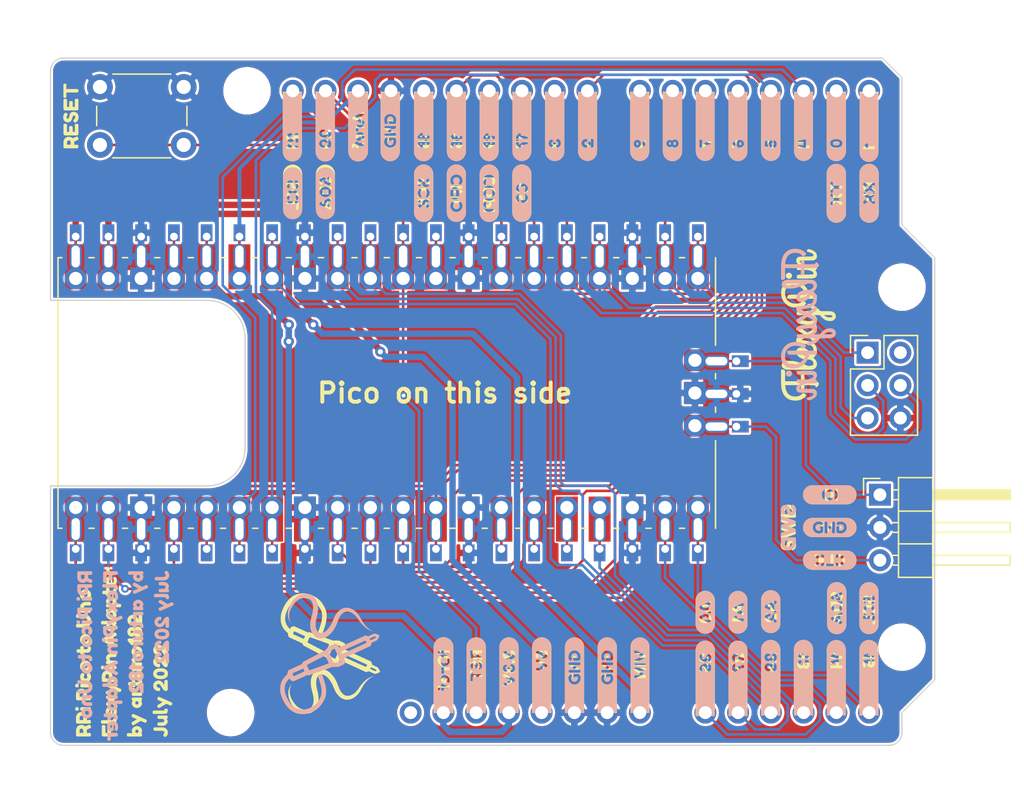
<source format=kicad_pcb>
(kicad_pcb (version 20211014) (generator pcbnew)
  (layers (0 "F.Cu" signal) (31 "B.Cu" signal) (34 "B.Paste" user) (35 "F.Paste" user) (36 "B.SilkS" user "B.Silkscreen") (37 "F.SilkS" user "F.Silkscreen") (38 "B.Mask" user) (39 "F.Mask" user) (44 "Edge.Cuts" user))
  (net 0 "")
  (net 1 "GND")
  (net 2 "/SWCLK")
  (net 3 "/SWDIO")
  (net 4 "VBUS")
  (net 5 "VDD")
  (net 6 "/3.3V_EN")
  (net 7 "+3V3")
  (net 8 "/VREF")
  (net 9 "/GPIO28")
  (net 10 "/GPIO27")
  (net 11 "/GPIO26")
  (net 12 "/RUN")
  (net 13 "/GPIO22")
  (net 14 "/GPIO21")
  (net 15 "/GPIO17")
  (net 16 "/GPIO16")
  (net 17 "/GPIO9")
  (net 18 "/GPIO8")
  (net 19 "/GPIO7")
  (net 20 "/GPIO6")
  (net 21 "/GPIO5")
  (net 22 "/GPIO4")
  (net 23 "/GPIO3")
  (net 24 "/GPIO20")
  (net 25 "/GPIO2")
  (net 26 "/GPIO19")
  (net 27 "/GPIO18")
  (net 28 "/GPIO15")
  (net 29 "/GPIO14")
  (net 30 "/GPIO13")
  (net 31 "/GPIO12")
  (net 32 "/GPIO11")
  (net 33 "/GPIO10")
  (net 34 "/GPIO1")
  (net 35 "/GPIO0")
  (net 36 "+5V")
  (footprint "svg2mod" (layer "F.Cu") (at 167.275 84.795237 90)
    (fp_text reference "svg2mod" hide)
    (fp_text value "G***" hide)
  )
  (footprint "svg2mod" (layer "F.Cu") (at 172.37 90 90)
    (fp_text reference "svg2mod" hide)
    (fp_text value "G***" hide)
  )
  (footprint "Connector_PinHeader_2.54mm:PinHeader_2x03_P2.54mm_Vertical" (layer "F.Cu") (at 174.7964 102.3671)
    (fp_text reference "J5" hide)
    (fp_text value "Conn_SPI")
  )
  (footprint "Connector_PinHeader_2.54mm:PinHeader_1x03_P2.54mm_Horizontal" (layer "F.Cu") (at 175.75 113.4)
    (fp_text reference "J4" hide)
    (fp_text value "Conn_01x03")
  )
  (footprint "svg2mod" (layer "F.Cu") (at 162.2 84.795237 90)
    (fp_text reference "svg2mod" hide)
    (fp_text value "G***" hide)
  )
  (footprint "FlexyPin:FlexyPin_1x20_P2.54mm" (layer "F.Cu") (at 161.63 93.36 -90)
    (fp_text reference "J3" hide)
    (fp_text value "Conn_01x20")
  )
  (footprint "svg2mod" (layer "F.Cu") (at 169.825 84.795237 90)
    (fp_text reference "svg2mod" hide)
    (fp_text value "G***" hide)
  )
  (footprint "svg2mod" (layer "F.Cu") (at 144.44 127.4 90)
    (fp_text reference "svg2mod" hide)
    (fp_text value "G***" hide)
  )
  (footprint "Module_Extra:RaspberryPi_Pico" (layer "F.Cu") (at 137.5 105.5 90)
    (fp_text reference "U1" hide)
    (fp_text value "RaspberryPi_Pico")
  )
  (footprint "MountingHole:MountingHole_3.2mm_M3" (layer "F.Cu") (at 126.66 82.046)
    (fp_text reference "REF**" hide)
    (fp_text value "MountingHole_3.2mm_M3")
  )
  (footprint "svg2mod" (layer "F.Cu") (at 152.06 127.405398 90)
    (fp_text reference "svg2mod" hide)
    (fp_text value "G***" hide)
  )
  (footprint "svg2mod" (layer "F.Cu") (at 162.2 127.4 90)
    (fp_text reference "svg2mod" hide)
    (fp_text value "G***" hide)
  )
  (footprint "svg2mod" (layer "F.Cu") (at 162.2 122.5232 90)
    (fp_text reference "svg2mod" hide)
    (fp_text value "G***" hide)
  )
  (footprint "Connector_PinSocket_2.54mm:PinSocket_1x10_P2.54mm_Vertical" (layer "F.Cu") (at 130.207 82.0495 90)
    (fp_text reference "J8" hide)
    (fp_text value "Conn_01x10")
  )
  (footprint "FlexyPin:FlexyPin_1x03_P2.54mm" (layer "F.Cu") (at 164.62 108.11 180)
    (fp_text reference "J2" hide)
    (fp_text value "Conn_01x03")
  )
  (footprint "svg2mod" (layer "F.Cu") (at 157.12 84.795237 90)
    (fp_text reference "svg2mod" hide)
    (fp_text value "G***" hide)
  )
  (footprint "MountingHole:MountingHole_3.2mm_M3" (layer "F.Cu") (at 177.46 97.286)
    (fp_text reference "REF**" hide)
    (fp_text value "MountingHole_3.2mm_M3")
  )
  (footprint "kibuzzard-6227DBF8" (layer "F.Cu") (at 113 84 90)
    (fp_text reference "kibuzzard-6227DBF8" hide)
    (fp_text value "G***" hide)
  )
  (footprint "svg2mod" (layer "F.Cu") (at 145.44 89.994945 90)
    (fp_text reference "svg2mod" hide)
    (fp_text value "G***" hide)
  )
  (footprint "svg2mod" (layer "F.Cu") (at 147.98 84.795237 90)
    (fp_text reference "svg2mod" hide)
    (fp_text value "G***" hide)
  )
  (footprint "svg2mod" (layer "F.Cu") (at 140.36 84.795237 90)
    (fp_text reference "svg2mod" hide)
    (fp_text value "G***" hide)
  )
  (footprint "svg2mod" (layer "F.Cu") (at 164.74 84.795237 90)
    (fp_text reference "svg2mod" hide)
    (fp_text value "G***" hide)
  )
  (footprint "svg2mod" (layer "F.Cu") (at 145.44 84.795237 90)
    (fp_text reference "svg2mod" hide)
    (fp_text value "G***" hide)
  )
  (footprint "LOGO" (layer "F.Cu") (at 170.2 100.2 90)
    (fp_text reference "G***" hide)
    (fp_text value "LOGO" hide)
  )
  (footprint "kibuzzard-62CF048F" (layer "F.Cu") (at 174.91 84.795237 90)
    (fp_text reference "kibuzzard-62CF048F" hide)
    (fp_text value "G***" hide)
  )
  (footprint "svg2mod" (layer "F.Cu") (at 164.74 122.5232 90)
    (fp_text reference "svg2mod" hide)
    (fp_text value "G***" hide)
  )
  (footprint "svg2mod" (layer "F.Cu") (at 137.7692 84.795237 90)
    (fp_text reference "svg2mod" hide)
    (fp_text value "G***" hide)
  )
  (footprint "Button_Switch_THT:SW_PUSH_6mm" (layer "F.Cu") (at 115.25 81.75)
    (fp_text reference "SW1" hide)
    (fp_text value "SW_RST")
  )
  (footprint "kibuzzard-62CF0779" (layer "F.Cu") (at 171.86 118.48)
    (fp_text reference "kibuzzard-62CF0779" hide)
    (fp_text value "G***" hide)
  )
  (footprint "svg2mod" (layer "F.Cu") (at 157.14 127.4 90)
    (fp_text reference "svg2mod" hide)
    (fp_text value "G***" hide)
  )
  (footprint "svg2mod" (layer "F.Cu") (at 130.2 89.791745 90)
    (fp_text reference "svg2mod" hide)
    (fp_text value "G***" hide)
  )
  (footprint "kibuzzard-62CF075A" (layer "F.Cu") (at 171.86 115.94)
    (fp_text reference "kibuzzard-62CF075A" hide)
    (fp_text value "G***" hide)
  )
  (footprint "MountingHole:MountingHole_3.2mm_M3" (layer "F.Cu") (at 177.46 125.226)
    (fp_text reference "REF**" hide)
    (fp_text value "MountingHole_3.2mm_M3")
  )
  (footprint "svg2mod" (layer "F.Cu") (at 140.36 89.994945 90)
    (fp_text reference "svg2mod" hide)
    (fp_text value "G***" hide)
  )
  (footprint "svg2mod" (layer "F.Cu") (at 132.74 89.791745 90)
    (fp_text reference "svg2mod" hide)
    (fp_text value "G***" hide)
  )
  (footprint "svg2mod" (layer "F.Cu") (at 147.98 89.994945 90)
    (fp_text reference "svg2mod" hide)
    (fp_text value "G***" hide)
  )
  (footprint "svg2mod" (layer "F.Cu") (at 164.74 127.4 90)
    (fp_text reference "svg2mod" hide)
    (fp_text value "G***" hide)
  )
  (footprint "svg2mod" (layer "F.Cu") (at 135.28 84.795237 90)
    (fp_text reference "svg2mod" hide)
    (fp_text value "G***" hide)
  )
  (footprint "svg2mod" (layer "F.Cu") (at 149.52 127.4 90)
    (fp_text reference "svg2mod" hide)
    (fp_text value "G***" hide)
  )
  (footprint "svg2mod" (layer "F.Cu") (at 167.28 122.4724 90)
    (fp_text reference "svg2mod" hide)
    (fp_text value "G***" hide)
  )
  (footprint "svg2mod" (layer "F.Cu") (at 172.4 122.2 90)
    (fp_text reference "svg2mod" hide)
    (fp_text value "G***" hide)
  )
  (footprint "svg2mod" (layer "F.Cu") (at 141.9 127.4 90)
    (fp_text reference "svg2mod" hide)
    (fp_text value "G***" hide)
  )
  (footprint "Symbols_Extra:SolderParty-New-Logo_10x8.5mm_SilkScreen" (layer "F.Cu") (at 132.8 125.4 90)
    (fp_text reference "G***" hide)
    (fp_text value "LOGO" hide)
  )
  (footprint "kibuzzard-62CF05F1" (layer "F.Cu") (at 172.36 127.35 90)
    (fp_text reference "kibuzzard-62CF05F1" hide)
    (fp_text value "G***" hide)
  )
  (footprint "FlexyPin:FlexyPin_1x20_P2.54mm" (layer "F.Cu") (at 113.369999 117.61 90)
    (fp_text reference "J1" hide)
    (fp_text value "Conn_01x20")
  )
  (footprint "kibuzzard-62E02A3B" (layer "F.Cu") (at 130.175 84.795237 90)
    (fp_text reference "kibuzzard-62E02A3B" hide)
    (fp_text value "G***" hide)
  )
  (footprint "svg2mod" (layer "F.Cu") (at 150.525 84.795237 90)
    (fp_text reference "svg2mod" hide)
    (fp_text value "G***" hide)
  )
  (footprint "kibuzzard-62E02A37" (layer "F.Cu") (at 132.725 84.795237 90)
    (fp_text reference "kibuzzard-62E02A37" hide)
    (fp_text value "G***" hide)
  )
  (footprint "svg2mod" (layer "F.Cu") (at 154.6 127.405398 90)
    (fp_text reference "svg2mod" hide)
    (fp_text value "G***" hide)
  )
  (footprint "kibuzzard-62CF05DC" (layer "F.Cu") (at 169.82 127.34 90)
    (fp_text reference "kibuzzard-62CF05DC" hide)
    (fp_text value "G***" hide)
  )
  (footprint "svg2mod" (layer "F.Cu") (at 174.91 90 90)
    (fp_text reference "svg2mod" hide)
    (fp_text value "G***" hide)
  )
  (footprint "kibuzzard-62CF0607" (layer "F.Cu") (at 174.9 127.35 90)
    (fp_text reference "kibuzzard-62CF0607" hide)
    (fp_text value "G***" hide)
  )
  (footprint "svg2mod" (layer "F.Cu") (at 153.075 84.795237 90)
    (fp_text reference "svg2mod" hide)
    (fp_text value "G***" hide)
  )
  (footprint "MountingHole:MountingHole_3.2mm_M3" (layer "F.Cu") (at 125.39 130.306)
    (fp_text reference "REF**" hide)
    (fp_text value "MountingHole_3.2mm_M3")
  )
  (footprint "kibuzzard-62CF076C" (layer "F.Cu") (at 171.86 113.4)
    (fp_text reference "kibuzzard-62CF076C" hide)
    (fp_text value "G***" hide)
  )
  (footprint "svg2mod" (layer "F.Cu") (at 142.9 84.795237 90)
    (fp_text reference "svg2mod" hide)
    (fp_text value "G***" hide)
  )
  (footprint "svg2mod" (layer "F.Cu") (at 146.98 127.4 90)
    (fp_text reference "svg2mod" hide)
    (fp_text value "G***" hide)
  )
  (footprint "Connector_PinSocket_2.54mm:PinSocket_1x06_P2.54mm_Vertical" (layer "F.Cu") (at 162.211 130.3095 90)
    (fp_text reference "J7" hide)
    (fp_text value "Conn_01x06")
  )
  (footprint "Connector_PinSocket_2.54mm:PinSocket_1x08_P2.54mm_Vertical" (layer "F.Cu") (at 157.131 82.0495 90)
    (fp_text reference "J9" hide)
    (fp_text value "Conn_01x08")
  )
  (footprint "svg2mod" (layer "F.Cu") (at 174.9 122.2 90)
    (fp_text reference "svg2mod" hide)
    (fp_text value "G***" hide)
  )
  (footprint "svg2mod" (layer "F.Cu") (at 172.37 84.795237 90)
    (fp_text reference "svg2mod" hide)
    (fp_text value "G***" hide)
  )
  (footprint "svg2mod" (layer "F.Cu") (at 167.28 127.3492 90)
    (fp_text reference "svg2mod" hide)
    (fp_text value "G***" hide)
  )
  (footprint "kibuzzard-62CF07A4" (layer "F.Cu") (at 168.653575 115.94 90)
    (fp_text reference "kibuzzard-62CF07A4" hide)
    (fp_text value "G***" hide)
  )
  (footprint "svg2mod" (layer "F.Cu") (at 159.66 84.795237 90)
    (fp_text reference "svg2mod" hide)
    (fp_text value "G***" hide)
  )
  (footprint "kibuzzard-62CF07F8" (layer "F.Cu") (at 117.1 125.6 90)
    (fp_text reference "kibuzzard-62CF07F8" hide)
    (fp_text value "G***" hide)
  )
  (footprint "Connector_PinSocket_2.54mm:PinSocket_1x08_P2.54mm_Vertical" (layer "F.Cu") (at 139.351 130.3095 90)
    (fp_text reference "J6" hide)
    (fp_text value "Conn_01x08")
  )
  (footprint "svg2mod" (layer "F.Cu") (at 142.9 89.994945 90)
    (fp_text reference "svg2mod" hide)
    (fp_text value "G***" hide)
  )
  (footprint "svg2mod" (layer "B.Cu") (at 142.896 84.838292 -90)
    (fp_text reference "svg2mod" hide)
    (fp_text value "G***" hide)
  )
  (footprint "svg2mod" (layer "B.Cu") (at 142.9 90 -90)
    (fp_text reference "svg2mod" hide)
    (fp_text value "G***" hide)
  )
  (footprint "svg2mod" (layer "B.Cu") (at 174.9 84.9 -90)
    (fp_text reference "svg2mod" hide)
    (fp_text value "G***" hide)
  )
  (footprint "kibuzzard-62CF09B3" (layer "B.Cu") (at 149.52 127.4 -90)
    (fp_text reference "kibuzzard-62CF09B3" hide)
    (fp_text value "G***" hide)
  )
  (footprint "kibuzzard-62CF09C1" (layer "B.Cu") (at 157.14 127.4 -90)
    (fp_text reference "kibuzzard-62CF09C1" hide)
    (fp_text value "G***" hide)
  )
  (footprint "svg2mod" (layer "B.Cu") (at 137.7652 84.84115 -90)
    (fp_text reference "svg2mod" hide)
    (fp_text value "G***" hide)
  )
  (footprint "svg2mod" (layer "B.Cu") (at 130.2 90 -90)
    (fp_text reference "svg2mod" hide)
    (fp_text value "G***" hide)
  )
  (footprint "svg2mod" (layer "B.Cu") (at 169.825 84.825 -90)
    (fp_text reference "svg2mod" hide)
    (fp_text value "G***" hide)
  )
  (footprint "kibuzzard-62CF075A" (layer "B.Cu") (at 171.86 115.94 180)
    (fp_text reference "kibuzzard-62CF075A" hide)
    (fp_text value "G***" hide)
  )
  (footprint "kibuzzard-62E02C93" (layer "B.Cu") (at 130.175 84.864645 -90)
    (fp_text reference "kibuzzard-62E02C93" hide)
    (fp_text value "G***" hide)
  )
  (footprint "kibuzzard-62CF09B9" (layer "B.Cu") (at 154.6 127.4 -90)
    (fp_text reference "kibuzzard-62CF09B9" hide)
    (fp_text value "G***" hide)
  )
  (footprint "svg2mod" (layer "B.Cu") (at 157.12 84.8348 -90)
    (fp_text reference "svg2mod" hide)
    (fp_text value "G***" hide)
  )
  (footprint "LOGO" (layer "B.Cu") (at 170.2 100.2 -90)
    (fp_text reference "G***" hide)
    (fp_text value "LOGO" hide)
  )
  (footprint "kibuzzard-62CF0A14" (layer "B.Cu") (at 169.825 127.6 -90)
    (fp_text reference "kibuzzard-62CF0A14" hide)
    (fp_text value "G***" hide)
  )
  (footprint "svg2mod" (layer "B.Cu") (at 140.356 84.843055 -90)
    (fp_text reference "svg2mod" hide)
    (fp_text value "G***" hide)
  )
  (footprint "kibuzzard-62CF09A9" (layer "B.Cu") (at 146.98 127.4 -90)
    (fp_text reference "kibuzzard-62CF09A9" hide)
    (fp_text value "G***" hide)
  )
  (footprint "svg2mod" (layer "B.Cu") (at 145.44 90 -90)
    (fp_text reference "svg2mod" hide)
    (fp_text value "G***" hide)
  )
  (footprint "svg2mod" (layer "B.Cu") (at 153.075 84.825 -90)
    (fp_text reference "svg2mod" hide)
    (fp_text value "G***" hide)
  )
  (footprint "svg2mod" (layer "B.Cu") (at 164.74 84.8348 -90)
    (fp_text reference "svg2mod" hide)
    (fp_text value "G***" hide)
  )
  (footprint "svg2mod" (layer "B.Cu") (at 147.98 90 -90)
    (fp_text reference "svg2mod" hide)
    (fp_text value "G***" hide)
  )
  (footprint "svg2mod" (layer "B.Cu") (at 150.535 84.828492 -90)
    (fp_text reference "svg2mod" hide)
    (fp_text value "G***" hide)
  )
  (footprint "kibuzzard-62CF09A4" (layer "B.Cu") (at 144.44 127.4 -90)
    (fp_text reference "kibuzzard-62CF09A4" hide)
    (fp_text value "G***" hide)
  )
  (footprint "svg2mod" (layer "B.Cu") (at 172.4 122.2 -90)
    (fp_text reference "svg2mod" hide)
    (fp_text value "G***" hide)
  )
  (footprint "svg2mod" (layer "B.Cu") (at 159.66 84.83988 -90)
    (fp_text reference "svg2mod" hide)
    (fp_text value "G***" hide)
  )
  (footprint "kibuzzard-62CF09B9" (layer "B.Cu") (at 152.06 127.405398 -90)
    (fp_text reference "kibuzzard-62CF09B9" hide)
    (fp_text value "G***" hide)
  )
  (footprint "svg2mod" (layer "B.Cu") (at 174.9 122.2 -90)
    (fp_text reference "svg2mod" hide)
    (fp_text value "G***" hide)
  )
  (footprint "svg2mod" (layer "B.Cu") (at 172.375 90 -90)
    (fp_text reference "svg2mod" hide)
    (fp_text value "G***" hide)
  )
  (footprint "kibuzzard-62CF0A29" (layer "B.Cu") (at 174.9 127.6 -90)
    (fp_text reference "kibuzzard-62CF0A29" hide)
    (fp_text value "G***" hide)
  )
  (footprint "svg2mod" (layer "B.Cu") (at 172.36 84.83861 -90)
    (fp_text reference "svg2mod" hide)
    (fp_text value "G***" hide)
  )
  (footprint "svg2mod" (layer "B.Cu") (at 145.436 84.838292 -90)
    (fp_text reference "svg2mod" hide)
    (fp_text value "G***" hide)
  )
  (footprint "kibuzzard-62CF0970" (layer "B.Cu") (at 141.9 127.4 -90)
    (fp_text reference "kibuzzard-62CF0970" hide)
    (fp_text value "G***" hide)
  )
  (footprint "kibuzzard-62CF0779" (layer "B.Cu") (at 171.86 118.48 180)
    (fp_text reference "kibuzzard-62CF0779" hide)
    (fp_text value "G***" hide)
  )
  (footprint "kibuzzard-62CF07F8" (layer "B.Cu") (at 117.2 125.9 -90)
    (fp_text reference "kibuzzard-62CF07F8" hide)
    (fp_text value "G***" hide)
  )
  (footprint "kibuzzard-62CF0A22" (layer "B.Cu") (at 172.375 127.6 -90)
    (fp_text reference "kibuzzard-62CF0A22" hide)
    (fp_text value "G***" hide)
  )
  (footprint "kibuzzard-62E02C9B" (layer "B.Cu") (at 132.725 84.860835 -90)
    (fp_text reference "kibuzzard-62E02C9B" hide)
    (fp_text value "G***" hide)
  )
  (footprint "kibuzzard-62CF0A08" (layer "B.Cu") (at 164.75 127.65 -90)
    (fp_text reference "kibuzzard-62CF0A08" hide)
    (fp_text value "G***" hide)
  )
  (footprint "Symbols_Extra:SolderParty-New-Logo_10x8.5mm_SilkScreen" (layer "B.Cu") (at 132.759428 126.077462 -90)
    (fp_text reference "G***" hide)
    (fp_text value "LOGO" hide)
  )
  (footprint "svg2mod" (layer "B.Cu") (at 162.2 122.5232 -90)
    (fp_text reference "svg2mod" hide)
    (fp_text value "G***" hide)
  )
  (footprint "svg2mod" (layer "B.Cu") (at 162.2 84.830355 -90)
    (fp_text reference "svg2mod" hide)
    (fp_text value "G***" hide)
  )
  (footprint "svg2mod" (layer "B.Cu") (at 167.28 122.4724 -90)
    (fp_text reference "svg2mod" hide)
    (fp_text value "G***" hide)
  )
  (footprint "svg2mod" (layer "B.Cu") (at 167.2994 84.825 -90)
    (fp_text reference "svg2mod" hide)
    (fp_text value "G***" hide)
  )
  (footprint "svg2mod" (layer "B.Cu") (at 132.74 90 -90)
    (fp_text reference "svg2mod" hide)
    (fp_text value "G***" hide)
  )
  (footprint "kibuzzard-62CF07A4" (layer "B.Cu") (at 168.653575 115.94 -90)
    (fp_text reference "kibuzzard-62CF07A4" hide)
    (fp_text value "G***" hide)
  )
  (footprint "svg2mod" (layer "B.Cu") (at 174.91 90 -90)
    (fp_text reference "svg2mod" hide)
    (fp_text value "G***" hide)
  )
  (footprint "kibuzzard-62CF09C7" (layer "B.Cu") (at 162.2 127.65 -90)
    (fp_text reference "kibuzzard-62CF09C7" hide)
    (fp_text value "G***" hide)
  )
  (footprint "svg2mod" (layer "B.Cu") (at 147.976 84.8348 -90)
    (fp_text reference "svg2mod" hide)
    (fp_text value "G***" hide)
  )
  (footprint "svg2mod" (layer "B.Cu") (at 164.74 122.5232 -90)
    (fp_text reference "svg2mod" hide)
    (fp_text value "G***" hide)
  )
  (footprint "kibuzzard-62CF0A0F" (layer "B.Cu") (at 167.275 127.6 -90)
    (fp_text reference "kibuzzard-62CF0A0F" hide)
    (fp_text value "G***" hide)
  )
  (footprint "kibuzzard-62CF076C" (layer "B.Cu") (at 171.86 113.4 180)
    (fp_text reference "kibuzzard-62CF076C" hide)
    (fp_text value "G***" hide)
  )
  (footprint "svg2mod" (layer "B.Cu") (at 135.276 84.85131 -90)
    (fp_text reference "svg2mod" hide)
    (fp_text value "G***" hide)
  )
  (footprint "svg2mod" (layer "B.Cu") (at 140.36 90 -90)
    (fp_text reference "svg2mod" hide)
    (fp_text value "G***" hide)
  )
  (gr_line (start 111.42 131.846) (end 111.42 112.71) (layer "Edge.Cuts") (width 0.1))
  (gr_arc (start 177.46 131.846) (mid 177.167107 132.553107) (end 176.46 132.846) (layer "Edge.Cuts") (width 0.1))
  (gr_line (start 177.46 81.03) (end 177.459999 92.46) (layer "Edge.Cuts") (width 0.1))
  (gr_line (start 176.46 132.846) (end 112.42 132.846) (layer "Edge.Cuts") (width 0.1))
  (gr_line (start 123.56 112.709999) (end 111.42 112.71) (layer "Edge.Cuts") (width 0.1))
  (gr_line (start 123.56 98.31) (end 111.42 98.31) (layer "Edge.Cuts") (width 0.1))
  (gr_arc (start 123.56 98.31) (mid 125.645965 99.174035) (end 126.51 101.26) (layer "Edge.Cuts") (width 0.1))
  (gr_arc (start 126.51 109.759999) (mid 125.645965 111.845964) (end 123.56 112.709999) (layer "Edge.Cuts") (width 0.1))
  (gr_line (start 111.42 80.506) (end 111.42 98.31) (layer "Edge.Cuts") (width 0.1))
  (gr_arc (start 111.42 80.506) (mid 111.712893 79.798893) (end 112.42 79.506) (layer "Edge.Cuts") (width 0.1))
  (gr_line (start 112.42 79.506) (end 175.936 79.506) (layer "Edge.Cuts") (width 0.1))
  (gr_line (start 180.000001 127.766) (end 177.46 130.306) (layer "Edge.Cuts") (width 0.1))
  (gr_line (start 175.936 79.506) (end 177.46 81.03) (layer "Edge.Cuts") (width 0.1))
  (gr_line (start 177.46 130.306) (end 177.46 131.846) (layer "Edge.Cuts") (width 0.1))
  (gr_line (start 126.51 101.26) (end 126.51 109.759999) (layer "Edge.Cuts") (width 0.1))
  (gr_arc (start 112.42 132.846) (mid 111.712893 132.553107) (end 111.42 131.846) (layer "Edge.Cuts") (width 0.1))
  (gr_line (start 180 95) (end 180.000001 127.766) (layer "Edge.Cuts") (width 0.1))
  (gr_line (start 177.459999 92.46) (end 180 95) (layer "Edge.Cuts") (width 0.1))
  (gr_text "Pico on this side" (at 142 105.5) (layer "F.SilkS") (effects (font (size 1.5 1.5) (thickness 0.3) bold)))
  (segment (start 156.55 93.36) (end 156.55 94.91) (width 0.2) (layer "F.Cu") (net 1))
  (segment (start 163.07 108.11) (end 164.62 108.11) (width 0.2) (layer "F.Cu") (net 2))
  (segment (start 166.91 108.11) (end 167.7 108.9) (width 0.2) (layer "B.Cu") (net 2))
  (segment (start 169.28 118.48) (end 175.75 118.48) (width 0.2) (layer "B.Cu") (net 2))
  (segment (start 167.7 108.9) (end 167.7 116.9) (width 0.2) (layer "B.Cu") (net 2))
  (segment (start 167.7 116.9) (end 169.28 118.48) (width 0.2) (layer "B.Cu") (net 2))
  (segment (start 164.62 108.11) (end 166.91 108.11) (width 0.2) (layer "B.Cu") (net 2))
  (segment (start 163.07 103.03) (end 164.62 103.03) (width 0.2) (layer "F.Cu") (net 3))
  (segment (start 164.62 103.03) (end 168.53 103.03) (width 0.2) (layer "B.Cu") (net 3))
  (segment (start 172.3 113.4) (end 175.75 113.4) (width 0.2) (layer "B.Cu") (net 3))
  (segment (start 170 104.5) (end 170 111.1) (width 0.2) (layer "B.Cu") (net 3))
  (segment (start 168.53 103.03) (end 170 104.5) (width 0.2) (layer "B.Cu") (net 3))
  (segment (start 170 111.1) (end 172.3 113.4) (width 0.2) (layer "B.Cu") (net 3))
  (segment (start 132.490489 91.809511) (end 132.5 91.8) (width 0.5) (layer "F.Cu") (net 4))
  (segment (start 132.490489 97.690489) (end 132.490489 91.809511) (width 0.5) (layer "F.Cu") (net 4))
  (segment (start 131.6 90.9) (end 123.4 90.9) (width 0.5) (layer "F.Cu") (net 4))
  (segment (start 123.399519 90.900481) (end 114.29952 90.90048) (width 0.5) (layer "F.Cu") (net 4))
  (segment (start 113.37 91.83) (end 113.37 93.36) (width 0.5) (layer "F.Cu") (net 4))
  (segment (start 137 102.2) (end 132.490489 97.690489) (width 0.5) (layer "F.Cu") (net 4))
  (segment (start 132.5 91.8) (end 131.6 90.9) (width 0.5) (layer "F.Cu") (net 4))
  (segment (start 137 102.3) (end 137 102.2) (width 0.5) (layer "F.Cu") (net 4))
  (segment (start 123.4 90.9) (end 123.399519 90.900481) (width 0.5) (layer "F.Cu") (net 4))
  (segment (start 114.29952 90.90048) (end 113.37 91.83) (width 0.5) (layer "F.Cu") (net 4))
  (segment (start 113.37 93.36) (end 113.37 94.91) (width 0.2) (layer "F.Cu") (net 4))
  (via (at 137 102.3) (size 0.8) (drill 0.4) (layers "F.Cu" "B.Cu") (net 4))
  (segment (start 140.3 102.7) (end 142.6 105) (width 0.5) (layer "B.Cu") (net 4))
  (segment (start 142.6 118.5) (end 149.511 125.411) (width 0.5) (layer "B.Cu") (net 4))
  (segment (start 137.4 102.7) (end 140.3 102.7) (width 0.5) (layer "B.Cu") (net 4))
  (segment (start 142.6 105) (end 142.6 118.5) (width 0.5) (layer "B.Cu") (net 4))
  (segment (start 137 102.3) (end 137.4 102.7) (width 0.5) (layer "B.Cu") (net 4))
  (segment (start 149.511 125.411) (end 149.511 130.3095) (width 0.5) (layer "B.Cu") (net 4))
  (segment (start 129.6 91.6) (end 116.3 91.6) (width 0.5) (layer "F.Cu") (net 5))
  (segment (start 115.91 93.36) (end 115.91 94.91) (width 0.2) (layer "F.Cu") (net 5))
  (segment (start 129.9 91.9) (end 129.6 91.6) (width 0.5) (layer "F.Cu") (net 5))
  (segment (start 131.8 100.2) (end 129.9 98.3) (width 0.5) (layer "F.Cu") (net 5))
  (segment (start 116.3 91.6) (end 115.91 91.99) (width 0.5) (layer "F.Cu") (net 5))
  (segment (start 115.91 91.99) (end 115.91 93.36) (width 0.5) (layer "F.Cu") (net 5))
  (segment (start 129.9 98.3) (end 129.9 91.9) (width 0.5) (layer "F.Cu") (net 5))
  (via (at 131.8 100.2) (size 0.8) (drill 0.4) (layers "F.Cu" "B.Cu") (net 5))
  (segment (start 147.6 104.3) (end 144.2 100.9) (width 0.5) (layer "B.Cu") (net 5))
  (segment (start 157.131 130.3095) (end 157.131 128.731) (width 0.5) (layer "B.Cu") (net 5))
  (segment (start 132.5 100.9) (end 131.8 100.2) (width 0.5) (layer "B.Cu") (net 5))
  (segment (start 144.2 100.9) (end 132.5 100.9) (width 0.5) (layer "B.Cu") (net 5))
  (segment (start 147.6 119.2) (end 147.6 104.3) (width 0.5) (layer "B.Cu") (net 5))
  (segment (start 157.131 128.731) (end 147.6 119.2) (width 0.5) (layer "B.Cu") (net 5))
  (segment (start 120.99 93.36) (end 120.99 94.91) (width 0.2) (layer "F.Cu") (net 6))
  (segment (start 124.92 98) (end 127.7 98) (width 0.5) (layer "F.Cu") (net 7))
  (segment (start 129.9 100.2) (end 129.9 101.5) (width 0.5) (layer "F.Cu") (net 7))
  (segment (start 123.53 96.61) (end 124.92 98) (width 0.5) (layer "F.Cu") (net 7))
  (segment (start 127.7 98) (end 129.9 100.2) (width 0.5) (layer "F.Cu") (net 7))
  (segment (start 123.53 93.36) (end 123.53 94.91) (width 0.2) (layer "F.Cu") (net 7))
  (via (at 129.9 100.2) (size 0.8) (drill 0.4) (layers "F.Cu" "B.Cu") (net 7))
  (via (at 129.9 101.5) (size 0.8) (drill 0.4) (layers "F.Cu" "B.Cu") (net 7))
  (segment (start 146.4 131.8) (end 142.4 131.8) (width 0.5) (layer "B.Cu") (net 7))
  (segment (start 146.971 131.229) (end 146.4 131.8) (width 0.5) (layer "B.Cu") (net 7))
  (segment (start 146.971 130.3095) (end 146.971 131.229) (width 0.5) (layer "B.Cu") (net 7))
  (segment (start 141.891 125.891) (end 141.891 130.3095) (width 0.5) (layer "B.Cu") (net 7))
  (segment (start 131.9 122.8) (end 138.8 122.8) (width 0.5) (layer "B.Cu") (net 7))
  (segment (start 129.9 101.5) (end 129.9 100.2) (width 0.5) (layer "B.Cu") (net 7))
  (segment (start 138.8 122.8) (end 141.891 125.891) (width 0.5) (layer "B.Cu") (net 7))
  (segment (start 141.891 131.291) (end 141.891 130.3095) (width 0.5) (layer "B.Cu") (net 7))
  (segment (start 129.9 120.8) (end 131.9 122.8) (width 0.5) (layer "B.Cu") (net 7))
  (segment (start 129.9 101.5) (end 129.9 120.8) (width 0.5) (layer "B.Cu") (net 7))
  (segment (start 142.4 131.8) (end 141.891 131.291) (width 0.5) (layer "B.Cu") (net 7))
  (segment (start 126.07 93.36) (end 126.07 94.91) (width 0.2) (layer "F.Cu") (net 8))
  (segment (start 130.033658 84.50048) (end 130.033178 84.5) (width 0.3) (layer "B.Cu") (net 8))
  (segment (start 129.660783 84.5) (end 126.07 88.090782) (width 0.3) (layer "B.Cu") (net 8))
  (segment (start 132.83602 84.50048) (end 130.033658 84.50048) (width 0.3) (layer "B.Cu") (net 8))
  (segment (start 130.033178 84.5) (end 129.660783 84.5) (width 0.3) (layer "B.Cu") (net 8))
  (segment (start 135.287 82.0495) (end 132.83602 84.50048) (width 0.3) (layer "B.Cu") (net 8))
  (segment (start 126.07 88.090782) (end 126.07 93.36) (width 0.3) (layer "B.Cu") (net 8))
  (segment (start 128.61 93.36) (end 128.61 94.91) (width 0.2) (layer "F.Cu") (net 9))
  (segment (start 147.469028 98.59904) (end 130.59904 98.59904) (width 0.2) (layer "B.Cu") (net 9))
  (segment (start 150.720488 118.859511) (end 150.2 118.339023) (width 0.2) (layer "B.Cu") (net 9))
  (segment (start 150.2 101.330012) (end 147.469028 98.59904) (width 0.2) (layer "B.Cu") (net 9))
  (segment (start 158.902582 125.0976) (end 152.664493 118.859511) (width 0.2) (layer "B.Cu") (net 9))
  (segment (start 162.0791 125.0976) (end 158.902582 125.0976) (width 0.2) (layer "B.Cu") (net 9))
  (segment (start 167.291 130.3095) (end 162.0791 125.0976) (width 0.2) (layer "B.Cu") (net 9))
  (segment (start 130.59904 98.59904) (end 128.61 96.61) (width 0.2) (layer "B.Cu") (net 9))
  (segment (start 152.664493 118.859511) (end 150.720488 118.859511) (width 0.2) (layer "B.Cu") (net 9))
  (segment (start 150.2 118.339023) (end 150.2 101.330012) (width 0.2) (layer "B.Cu") (net 9))
  (segment (start 133.69 93.36) (end 133.69 94.91) (width 0.2) (layer "F.Cu") (net 10))
  (segment (start 168.6 129.7) (end 167.9 129) (width 0.2) (layer "B.Cu") (net 10))
  (segment (start 167.9 131.6) (end 168.6 130.9) (width 0.2) (layer "B.Cu") (net 10))
  (segment (start 162.244583 124.698078) (end 159.068066 124.698078) (width 0.2) (layer "B.Cu") (net 10))
  (segment (start 152.7 113.5) (end 152.3 113.1) (width 0.2) (layer "B.Cu") (net 10))
  (segment (start 152.7 118.330012) (end 152.7 113.5) (width 0.2) (layer "B.Cu") (net 10))
  (segment (start 151.1 113.1) (end 150.59952 112.59952) (width 0.2) (layer "B.Cu") (net 10))
  (segment (start 159.068066 124.698078) (end 152.7 118.330012) (width 0.2) (layer "B.Cu") (net 10))
  (segment (start 164.751 130.3095) (end 166.0415 131.6) (width 0.2) (layer "B.Cu") (net 10))
  (segment (start 167.9 129) (end 166.546505 129) (width 0.2) (layer "B.Cu") (net 10))
  (segment (start 168.6 130.9) (end 168.6 129.7) (width 0.2) (layer "B.Cu") (net 10))
  (segment (start 166.546505 129) (end 162.244583 124.698078) (width 0.2) (layer "B.Cu") (net 10))
  (segment (start 150.59952 112.59952) (end 150.59952 101.164526) (width 0.2) (layer "B.Cu") (net 10))
  (segment (start 166.0415 131.6) (end 167.9 131.6) (width 0.2) (layer "B.Cu") (net 10))
  (segment (start 135.27952 98.19952) (end 133.69 96.61) (width 0.2) (layer "B.Cu") (net 10))
  (segment (start 147.634514 98.19952) (end 135.27952 98.19952) (width 0.2) (layer "B.Cu") (net 10))
  (segment (start 152.3 113.1) (end 151.1 113.1) (width 0.2) (layer "B.Cu") (net 10))
  (segment (start 150.59952 101.164526) (end 147.634514 98.19952) (width 0.2) (layer "B.Cu") (net 10))
  (segment (start 136.23 93.36) (end 136.23 94.91) (width 0.2) (layer "F.Cu") (net 11))
  (segment (start 137.42 97.8) (end 147.8 97.8) (width 0.2) (layer "B.Cu") (net 11))
  (segment (start 147.8 97.8) (end 150.99904 100.99904) (width 0.2) (layer "B.Cu") (net 11))
  (segment (start 150.99904 100.99904) (end 150.99904 112.434034) (width 0.2) (layer "B.Cu") (net 11))
  (segment (start 159.399038 123.899038) (end 162.575555 123.899038) (width 0.2) (layer "B.Cu") (net 11))
  (segment (start 136.23 96.61) (end 137.42 97.8) (width 0.2) (layer "B.Cu") (net 11))
  (segment (start 163.90102 131.99952) (end 162.211 130.3095) (width 0.2) (layer "B.Cu") (net 11))
  (segment (start 171.1 129.7) (end 171.1 130.9) (width 0.2) (layer "B.Cu") (net 11))
  (segment (start 155.2 119.7) (end 159.399038 123.899038) (width 0.2) (layer "B.Cu") (net 11))
  (segment (start 170.00048 131.99952) (end 163.90102 131.99952) (width 0.2) (layer "B.Cu") (net 11))
  (segment (start 171.1 130.9) (end 170.00048 131.99952) (width 0.2) (layer "B.Cu") (net 11))
  (segment (start 151.265486 112.70048) (end 154.60048 112.70048) (width 0.2) (layer "B.Cu") (net 11))
  (segment (start 162.575555 123.899038) (end 166.877477 128.20096) (width 0.2) (layer "B.Cu") (net 11))
  (segment (start 150.99904 112.434034) (end 151.265486 112.70048) (width 0.2) (layer "B.Cu") (net 11))
  (segment (start 155.2 113.3) (end 155.2 119.7) (width 0.2) (layer "B.Cu") (net 11))
  (segment (start 169.60096 128.20096) (end 171.1 129.7) (width 0.2) (layer "B.Cu") (net 11))
  (segment (start 154.60048 112.70048) (end 155.2 113.3) (width 0.2) (layer "B.Cu") (net 11))
  (segment (start 166.877477 128.20096) (end 169.60096 128.20096) (width 0.2) (layer "B.Cu") (net 11))
  (segment (start 131.725 87.675) (end 134.325 87.675) (width 0.2) (layer "F.Cu") (net 12))
  (segment (start 138.8 105.7) (end 138.77 105.67) (width 0.2) (layer "F.Cu") (net 12))
  (segment (start 115.25 86.25) (end 121.75 86.25) (width 0.2) (layer "F.Cu") (net 12))
  (segment (start 130.3 86.25) (end 131.725 87.675) (width 0.2) (layer "F.Cu") (net 12))
  (segment (start 138.77 105.67) (end 138.77 96.61) (width 0.2) (layer "F.Cu") (net 12))
  (segment (start 138.77 93.36) (end 138.77 94.91) (width 0.2) (layer "F.Cu") (net 12))
  (segment (start 121.75 86.25) (end 130.3 86.25) (width 0.2) (layer "F.Cu") (net 12))
  (segment (start 134.325 87.675) (end 138.77 92.12) (width 0.2) (layer "F.Cu") (net 12))
  (segment (start 138.77 92.12) (end 138.77 93.36) (width 0.2) (layer "F.Cu") (net 12))
  (via (at 138.8 105.7) (size 0.6) (drill 0.3) (layers "F.Cu" "B.Cu") (net 12))
  (segment (start 140 113.6) (end 140 106.9) (width 0.2) (layer "B.Cu") (net 12))
  (segment (start 144.431 130.3095) (end 144.431 123.731) (width 0.2) (layer "B.Cu") (net 12))
  (segment (start 140 106.9) (end 138.8 105.7) (width 0.2) (layer "B.Cu") (net 12))
  (segment (start 144.431 123.731) (end 140 119.3) (width 0.2) (layer "B.Cu") (net 12))
  (segment (start 140 119.3) (end 140 113.6) (width 0.2) (layer "B.Cu") (net 12))
  (segment (start 141.31 93.36) (end 141.31 94.91) (width 0.2) (layer "F.Cu") (net 13))
  (segment (start 146.39 93.36) (end 146.39 94.91) (width 0.2) (layer "F.Cu") (net 14))
  (segment (start 146.39 93.36) (end 146.39 88.505006) (width 0.2) (layer "F.Cu") (net 14))
  (segment (start 143.534994 85.65) (end 133.8075 85.65) (width 0.2) (layer "F.Cu") (net 14))
  (segment (start 133.8075 85.65) (end 130.207 82.0495) (width 0.2) (layer "F.Cu") (net 14))
  (segment (start 146.39 88.505006) (end 143.534994 85.65) (width 0.2) (layer "F.Cu") (net 14))
  (segment (start 147.987 82.0495) (end 147.987 83.321994) (width 0.2) (layer "F.Cu") (net 15))
  (segment (start 150.140486 85.47548) (end 155.310474 85.47548) (width 0.2) (layer "F.Cu") (net 15))
  (segment (start 159.09 89.255006) (end 159.09 93.36) (width 0.2) (layer "F.Cu") (net 15))
  (segment (start 147.987 83.321994) (end 150.140486 85.47548) (width 0.2) (layer "F.Cu") (net 15))
  (segment (start 159.09 93.36) (end 159.09 94.91) (width 0.2) (layer "F.Cu") (net 15))
  (segment (start 155.310474 85.47548) (end 159.09 89.255006) (width 0.2) (layer "F.Cu") (net 15))
  (segment (start 173.5471 107.4471) (end 174.7964 107.4471) (width 0.2) (layer "B.Cu") (net 15))
  (segment (start 168.534514 98.49952) (end 172.7 102.665006) (width 0.2) (layer "B.Cu") (net 15))
  (segment (start 172.7 102.665006) (end 172.7 106.6) (width 0.2) (layer "B.Cu") (net 15))
  (segment (start 159.09 96.61) (end 160.97952 98.49952) (width 0.2) (layer "B.Cu") (net 15))
  (segment (start 160.97952 98.49952) (end 168.534514 98.49952) (width 0.2) (layer "B.Cu") (net 15))
  (segment (start 172.7 106.6) (end 173.5471 107.4471) (width 0.2) (layer "B.Cu") (net 15))
  (segment (start 161.63 93.36) (end 161.63 94.91) (width 0.2) (layer "F.Cu") (net 16))
  (segment (start 161.63 97.67) (end 161.63 96.61) (width 0.2) (layer "F.Cu") (net 16))
  (segment (start 146.7 81.55) (end 146.7 82.6) (width 0.2) (layer "F.Cu") (net 16))
  (segment (start 157.8 97.525) (end 158.075 97.8) (width 0.2) (layer "F.Cu") (net 16))
  (segment (start 144.1065 80.85) (end 146 80.85) (width 0.2) (layer "F.Cu") (net 16))
  (segment (start 157.8 88.530012) (end 157.8 97.525) (width 0.2) (layer "F.Cu") (net 16))
  (segment (start 142.907 82.0495) (end 144.1065 80.85) (width 0.2) (layer "F.Cu") (net 16))
  (segment (start 146.7 82.6) (end 149.975 85.875) (width 0.2) (layer "F.Cu") (net 16))
  (segment (start 161.5 97.8) (end 161.63 97.67) (width 0.2) (layer "F.Cu") (net 16))
  (segment (start 149.975 85.875) (end 155.144988 85.875) (width 0.2) (layer "F.Cu") (net 16))
  (segment (start 155.144988 85.875) (end 157.8 88.530012) (width 0.2) (layer "F.Cu") (net 16))
  (segment (start 146 80.85) (end 146.7 81.55) (width 0.2) (layer "F.Cu") (net 16))
  (segment (start 158.075 97.8) (end 161.5 97.8) (width 0.2) (layer "F.Cu") (net 16))
  (segment (start 161.63 96.61) (end 163.12 98.1) (width 0.2) (layer "B.Cu") (net 16))
  (segment (start 168.7 98.1) (end 172.9671 102.3671) (width 0.2) (layer "B.Cu") (net 16))
  (segment (start 163.12 98.1) (end 168.7 98.1) (width 0.2) (layer "B.Cu") (net 16))
  (segment (start 172.9671 102.3671) (end 174.7964 102.3671) (width 0.2) (layer "B.Cu") (net 16))
  (segment (start 141.309999 116.06) (end 141.309999 117.61) (width 0.2) (layer "F.Cu") (net 17))
  (segment (start 155.40288 110.37209) (end 155.402881 102.332083) (width 0.2) (layer "F.Cu") (net 17))
  (segment (start 155.402881 102.332083) (end 158.532084 99.20288) (width 0.2) (layer "F.Cu") (net 17))
  (segment (start 164.200958 89.119458) (end 157.131 82.0495) (width 0.2) (layer "F.Cu") (net 17))
  (segment (start 141.31 113.19) (end 142.99808 111.50192) (width 0.2) (layer "F.Cu") (net 17))
  (segment (start 158.532084 99.20288) (end 162.632114 99.20288) (width 0.2) (layer "F.Cu") (net 17))
  (segment (start 141.31 114.39) (end 141.31 113.19) (width 0.2) (layer "F.Cu") (net 17))
  (segment (start 162.632114 99.20288) (end 164.200958 97.634036) (width 0.2) (layer "F.Cu") (net 17))
  (segment (start 142.99808 111.50192) (end 154.27305 111.50192) (width 0.2) (layer "F.Cu") (net 17))
  (segment (start 154.27305 111.50192) (end 155.40288 110.37209) (width 0.2) (layer "F.Cu") (net 17))
  (segment (start 164.200958 97.634036) (end 164.200958 89.119458) (width 0.2) (layer "F.Cu") (net 17))
  (segment (start 154.438536 111.90144) (end 144.19856 111.90144) (width 0.2) (layer "F.Cu") (net 18))
  (segment (start 155.8024 102.49757) (end 155.8024 110.537576) (width 0.2) (layer "F.Cu") (net 18))
  (segment (start 142.6 118.3) (end 141.9 119) (width 0.2) (layer "F.Cu") (net 18))
  (segment (start 164.600478 86.978978) (end 164.600478 97.799522) (width 0.2) (layer "F.Cu") (net 18))
  (segment (start 158.69757 99.6024) (end 155.8024 102.49757) (width 0.2) (layer "F.Cu") (net 18))
  (segment (start 155.8024 110.537576) (end 154.438536 111.90144) (width 0.2) (layer "F.Cu") (net 18))
  (segment (start 159.671 82.0495) (end 164.600478 86.978978) (width 0.2) (layer "F.Cu") (net 18))
  (segment (start 138.769999 118.869999) (end 138.769999 117.61) (width 0.2) (layer "F.Cu") (net 18))
  (segment (start 144.19856 111.90144) (end 142.6 113.5) (width 0.2) (layer "F.Cu") (net 18))
  (segment (start 138.9 119) (end 138.769999 118.869999) (width 0.2) (layer "F.Cu") (net 18))
  (segment (start 162.7976 99.6024) (end 158.69757 99.6024) (width 0.2) (layer "F.Cu") (net 18))
  (segment (start 164.600478 97.799522) (end 162.7976 99.6024) (width 0.2) (layer "F.Cu") (net 18))
  (segment (start 141.9 119) (end 138.9 119) (width 0.2) (layer "F.Cu") (net 18))
  (segment (start 138.769999 116.06) (end 138.769999 117.61) (width 0.2) (layer "F.Cu") (net 18))
  (segment (start 142.6 113.5) (end 142.6 118.3) (width 0.2) (layer "F.Cu") (net 18))
  (segment (start 136.79952 119.39952) (end 144.00048 119.39952) (width 0.2) (layer "F.Cu") (net 19))
  (segment (start 136.229999 117.61) (end 136.229999 118.829999) (width 0.2) (layer "F.Cu") (net 19))
  (segment (start 164.999998 97.965008) (end 164.999998 84.838498) (width 0.2) (layer "F.Cu") (net 19))
  (segment (start 136.229999 116.06) (end 136.229999 117.61) (width 0.2) (layer "F.Cu") (net 19))
  (segment (start 156.201921 102.663055) (end 158.863056 100.00192) (width 0.2) (layer "F.Cu") (net 19))
  (segment (start 154.604022 112.30096) (end 156.20192 110.703062) (width 0.2) (layer "F.Cu") (net 19))
  (segment (start 146.19904 112.30096) (end 154.604022 112.30096) (width 0.2) (layer "F.Cu") (net 19))
  (segment (start 164.999998 84.838498) (end 162.211 82.0495) (width 0.2) (layer "F.Cu") (net 19))
  (segment (start 145.1 118.3) (end 145.1 113.4) (width 0.2) (layer "F.Cu") (net 19))
  (segment (start 144.00048 119.39952) (end 145.1 118.3) (width 0.2) (layer "F.Cu") (net 19))
  (segment (start 158.863056 100.00192) (end 162.963086 100.00192) (width 0.2) (layer "F.Cu") (net 19))
  (segment (start 162.963086 100.00192) (end 164.999998 97.965008) (width 0.2) (layer "F.Cu") (net 19))
  (segment (start 136.229999 118.829999) (end 136.79952 119.39952) (width 0.2) (layer "F.Cu") (net 19))
  (segment (start 156.20192 110.703062) (end 156.201921 102.663055) (width 0.2) (layer "F.Cu") (net 19))
  (segment (start 145.1 113.4) (end 146.19904 112.30096) (width 0.2) (layer "F.Cu") (net 19))
  (segment (start 164.751 83.001964) (end 164.751 82.0495) (width 0.2) (layer "F.Cu") (net 20))
  (segment (start 154.769508 112.70048) (end 156.60144 110.868548) (width 0.2) (layer "F.Cu") (net 20))
  (segment (start 165.399518 98.130494) (end 165.399518 83.650482) (width 0.2) (layer "F.Cu") (net 20))
  (segment (start 147.7 113.3) (end 148.29952 112.70048) (width 0.2) (layer "F.Cu") (net 20))
  (segment (start 147.7 118.299021) (end 147.7 113.3) (width 0.2) (layer "F.Cu") (net 20))
  (segment (start 133.689999 116.06) (end 133.689999 117.61) (width 0.2) (layer "F.Cu") (net 20))
  (segment (start 165.399518 83.650482) (end 164.751 83.001964) (width 0.2) (layer "F.Cu") (net 20))
  (segment (start 135.879039 119.79904) (end 146.199981 119.79904) (width 0.2) (layer "F.Cu") (net 20))
  (segment (start 156.60144 110.868548) (end 156.60144 102.828542) (width 0.2) (layer "F.Cu") (net 20))
  (segment (start 163.128572 100.40144) (end 165.399518 98.130494) (width 0.2) (layer "F.Cu") (net 20))
  (segment (start 159.028542 100.40144) (end 163.128572 100.40144) (width 0.2) (layer "F.Cu") (net 20))
  (segment (start 146.199981 119.79904) (end 147.7 118.299021) (width 0.2) (layer "F.Cu") (net 20))
  (segment (start 148.29952 112.70048) (end 154.769508 112.70048) (width 0.2) (layer "F.Cu") (net 20))
  (segment (start 133.689999 117.61) (end 135.879039 119.79904) (width 0.2) (layer "F.Cu") (net 20))
  (segment (start 156.60144 102.828542) (end 159.028542 100.40144) (width 0.2) (layer "F.Cu") (net 20))
  (segment (start 128.609999 116.06) (end 128.609999 117.61) (width 0.2) (layer "F.Cu") (net 21))
  (segment (start 127.35 87.4465) (end 129.69825 85.09825) (width 0.2) (layer "B.Cu") (net 21))
  (segment (start 166.0415 80.8) (end 137.025 80.8) (width 0.2) (layer "B.Cu") (net 21))
  (segment (start 137.025 80.8) (end 136.6 81.225) (width 0.2) (layer "B.Cu") (net 21))
  (segment (start 128.61 99.035) (end 127.35 97.775) (width 0.2) (layer "B.Cu") (net 21))
  (segment (start 136.6 81.225) (end 136.6 82.575) (width 0.2) (layer "B.Cu") (net 21))
  (segment (start 134.225 84.95) (end 129.8465 84.95) (width 0.2) (layer "B.Cu") (net 21))
  (segment (start 129.8465 84.95) (end 129.69825 85.09825) (width 0.2) (layer "B.Cu") (net 21))
  (segment (start 128.61 114.39) (end 128.61 99.035) (width 0.2) (layer "B.Cu") (net 21))
  (segment (start 127.35 97.775) (end 127.35 87.4465) (width 0.2) (layer "B.Cu") (net 21))
  (segment (start 167.291 82.0495) (end 166.0415 80.8) (width 0.2) (layer "B.Cu") (net 21))
  (segment (start 129.69825 85.09825) (end 129.84698 84.94952) (width 0.2) (layer "B.Cu") (net 21))
  (segment (start 136.6 82.575) (end 134.225 84.95) (width 0.2) (layer "B.Cu") (net 21))
  (segment (start 126.069999 116.06) (end 126.069999 117.61) (width 0.2) (layer "F.Cu") (net 22))
  (segment (start 127.3 99.675) (end 127.3 113.16) (width 0.2) (layer "B.Cu") (net 22))
  (segment (start 124.775 97.15) (end 127.3 99.675) (width 0.2) (layer "B.Cu") (net 22))
  (segment (start 134.05 81.375) (end 134.05 82.650782) (width 0.2) (layer "B.Cu") (net 22))
  (segment (start 169.831 82.0495) (end 168.18198 80.40048) (width 0.2) (layer "B.Cu") (net 22))
  (segment (start 134.05 82.650782) (end 132.649822 84.05096) (width 0.2) (layer "B.Cu") (net 22))
  (segment (start 168.18198 80.40048) (end 135.02452 80.40048) (width 0.2) (layer "B.Cu") (net 22))
  (segment (start 131.55 84.05096) (end 131.54952 84.05048) (width 0.2) (layer "B.Cu") (net 22))
  (segment (start 135.02452 80.40048) (end 134.05 81.375) (width 0.2) (layer "B.Cu") (net 22))
  (segment (start 132.649822 84.05096) (end 131.55 84.05096) (width 0.2) (layer "B.Cu") (net 22))
  (segment (start 129.474586 84.05048) (end 124.775 88.750065) (width 0.2) (layer "B.Cu") (net 22))
  (segment (start 131.54952 84.05048) (end 129.474586 84.05048) (width 0.2) (layer "B.Cu") (net 22))
  (segment (start 127.3 113.16) (end 126.07 114.39) (width 0.2) (layer "B.Cu") (net 22))
  (segment (start 124.775 88.750065) (end 124.775 97.15) (width 0.2) (layer "B.Cu") (net 22))
  (segment (start 123.529999 116.06) (end 123.529999 117.61) (width 0.2) (layer "F.Cu") (net 23))
  (segment (start 142.832594 111.1024) (end 143.163567 111.102401) (width 0.2) (layer "F.Cu") (net 23))
  (segment (start 151.8775 83.4) (end 150.527 82.0495) (width 0.2) (layer "F.Cu") (net 23))
  (segment (start 143.163567 111.102401) (end 154.107563 111.102401) (width 0.2) (layer "F.Cu") (net 23))
  (segment (start 123.53 114.39) (end 125.195 112.725) (width 0.2) (layer "F.Cu") (net 23))
  (segment (start 157.916494 83.4) (end 151.8775 83.4) (width 0.2) (layer "F.Cu") (net 23))
  (segment (start 154.107563 111.102401) (end 155.00336 110.206604) (width 0.2) (layer "F.Cu") (net 23))
  (segment (start 162.466628 98.80336) (end 163.801438 97.46855) (width 0.2) (layer "F.Cu") (net 23))
  (segment (start 141.209994 112.725) (end 142.832594 111.1024) (width 0.2) (layer "F.Cu") (net 23))
  (segment (start 163.801438 89.284944) (end 157.916494 83.4) (width 0.2) (layer "F.Cu") (net 23))
  (segment (start 155.003362 102.166596) (end 158.366598 98.80336) (width 0.2) (layer "F.Cu") (net 23))
  (segment (start 125.195 112.725) (end 141.209994 112.725) (width 0.2) (layer "F.Cu") (net 23))
  (segment (start 158.366598 98.80336) (end 162.466628 98.80336) (width 0.2) (layer "F.Cu") (net 23))
  (segment (start 163.801438 97.46855) (end 163.801438 89.284944) (width 0.2) (layer "F.Cu") (net 23))
  (segment (start 155.00336 110.206604) (end 155.003362 102.166596) (width 0.2) (layer "F.Cu") (net 23))
  (segment (start 135.94798 85.25048) (end 132.747 82.0495) (width 0.2) (layer "F.Cu") (net 24))
  (segment (start 148.93 93.36) (end 148.93 90.48) (width 0.2) (layer "F.Cu") (net 24))
  (segment (start 143.70048 85.25048) (end 135.94798 85.25048) (width 0.2) (layer "F.Cu") (net 24))
  (segment (start 148.93 90.48) (end 143.70048 85.25048) (width 0.2) (layer "F.Cu") (net 24))
  (segment (start 148.93 93.36) (end 148.93 94.91) (width 0.2) (layer "F.Cu") (net 24))
  (segment (start 121.99952 119.89952) (end 133.669508 119.89952) (width 0.2) (layer "F.Cu") (net 25))
  (segment (start 120.989999 116.06) (end 120.989999 117.61) (width 0.2) (layer "F.Cu") (net 25))
  (segment (start 120.989999 117.61) (end 120.989999 118.889999) (width 0.2) (layer "F.Cu") (net 25))
  (segment (start 150.601921 120.598079) (end 152.7 118.5) (width 0.2) (layer "F.Cu") (net 25))
  (segment (start 153 113.1) (end 154.934994 113.1) (width 0.2) (layer "F.Cu") (net 25))
  (segment (start 133.669508 119.89952) (end 134.368066 120.598078) (width 0.2) (layer "F.Cu") (net 25))
  (segment (start 166 81.5) (end 165.3 80.8) (width 0.2) (layer "F.Cu") (net 25))
  (segment (start 165.79904 83.35096) (end 166 83.15) (width 0.2) (layer "F.Cu") (net 25))
  (segment (start 152.7 113.4) (end 153 113.1) (width 0.2) (layer "F.Cu") (net 25))
  (segment (start 134.368066 120.598078) (end 150.601921 120.598079) (width 0.2) (layer "F.Cu") (net 25))
  (segment (start 159.194028 100.80096) (end 163.294058 100.80096) (width 0.2) (layer "F.Cu") (net 25))
  (segment (start 120.989999 118.889999) (end 121.99952 119.89952) (width 0.2) (layer "F.Cu") (net 25))
  (segment (start 166 83.15) (end 166 81.5) (width 0.2) (layer "F.Cu") (net 25))
  (segment (start 154.934994 113.1) (end 157.00096 111.034034) (width 0.2) (layer "F.Cu") (net 25))
  (segment (start 165.799038 98.29598) (end 165.79904 83.35096) (width 0.2) (layer "F.Cu") (net 25))
  (segment (start 163.294058 100.80096) (end 165.799038 98.29598) (width 0.2) (layer "F.Cu") (net 25))
  (segment (start 154.3165 80.8) (end 153.067 82.0495) (width 0.2) (layer "F.Cu") (net 25))
  (segment (start 157.000962 102.994026) (end 159.194028 100.80096) (width 0.2) (layer "F.Cu") (net 25))
  (segment (start 152.7 118.5) (end 152.7 113.4) (width 0.2) (layer "F.Cu") (net 25))
  (segment (start 165.3 80.8) (end 154.3165 80.8) (width 0.2) (layer "F.Cu") (net 25))
  (segment (start 157.00096 111.034034) (end 157.000962 102.994026) (width 0.2) (layer "F.Cu") (net 25))
  (segment (start 151.47 89.22) (end 145.447 83.197) (width 0.2) (layer "F.Cu") (net 26))
  (segment (start 151.47 93.36) (end 151.47 94.91) (width 0.2) (layer "F.Cu") (net 26))
  (segment (start 145.447 83.197) (end 145.447 82.0495) (width 0.2) (layer "F.Cu") (net 26))
  (segment (start 151.47 93.36) (end 151.47 89.22) (width 0.2) (layer "F.Cu") (net 26))
  (segment (start 154.15952 99.29952) (end 155.365487 99.299519) (width 0.2) (layer "B.Cu") (net 26))
  (segment (start 171.900961 107.165967) (end 173.834513 109.099519) (width 0.2) (layer "B.Cu") (net 26))
  (segment (start 177.80048 109.09952) (end 178.7 108.2) (width 0.2) (layer "B.Cu") (net 26))
  (segment (start 175.3 109.09952) (end 177.80048 109.09952) (width 0.2) (layer "B.Cu") (net 26))
  (segment (start 171.90096 102.995978) (end 171.900961 107.165967) (width 0.2) (layer "B.Cu") (net 26))
  (segment (start 178.7 108.2) (end 178.7 106.2707) (width 0.2) (layer "B.Cu") (net 26))
  (segment (start 168.204501 99.299519) (end 171.90096 102.995978) (width 0.2) (layer "B.Cu") (net 26))
  (segment (start 151.47 96.61) (end 154.15952 99.29952) (width 0.2) (layer "B.Cu") (net 26))
  (segment (start 173.834513 109.099519) (end 175.3 109.09952) (width 0.2) (layer "B.Cu") (net 26))
  (segment (start 178.7 106.2707) (end 177.3364 104.9071) (width 0.2) (layer "B.Cu") (net 26))
  (segment (start 155.365487 99.299519) (end 168.204501 99.299519) (width 0.2) (layer "B.Cu") (net 26))
  (segment (start 150.2 97.55) (end 150.45 97.8) (width 0.2) (layer "F.Cu") (net 27))
  (segment (start 153.85 97.8) (end 154.01 97.64) (width 0.2) (layer "F.Cu") (net 27))
  (segment (start 154.01 97.64) (end 154.01 96.61) (width 0.2) (layer "F.Cu") (net 27))
  (segment (start 150.45 97.8) (end 153.85 97.8) (width 0.2) (layer "F.Cu") (net 27))
  (segment (start 141.6675 83.35) (end 145.034994 83.35) (width 0.2) (layer "F.Cu") (net 27))
  (segment (start 140.367 82.0495) (end 141.6675 83.35) (width 0.2) (layer "F.Cu") (net 27))
  (segment (start 145.034994 83.35) (end 150.2 88.515006) (width 0.2) (layer "F.Cu") (net 27))
  (segment (start 154.01 93.36) (end 154.01 94.91) (width 0.2) (layer "F.Cu") (net 27))
  (segment (start 150.2 88.515006) (end 150.2 97.55) (width 0.2) (layer "F.Cu") (net 27))
  (segment (start 168.369988 98.9) (end 172.30048 102.830492) (width 0.2) (layer "B.Cu") (net 27))
  (segment (start 172.30048 107.00048) (end 174 108.7) (width 0.2) (layer "B.Cu") (net 27))
  (segment (start 176 106.1107) (end 174.7964 104.9071) (width 0.2) (layer "B.Cu") (net 27))
  (segment (start 175.5 108.7) (end 176 108.2) (width 0.2) (layer "B.Cu") (net 27))
  (segment (start 156.3 98.9) (end 168.369988 98.9) (width 0.2) (layer "B.Cu") (net 27))
  (segment (start 174 108.7) (end 175.5 108.7) (width 0.2) (layer "B.Cu") (net 27))
  (segment (start 154.01 96.61) (end 156.3 98.9) (width 0.2) (layer "B.Cu") (net 27))
  (segment (start 172.30048 102.830492) (end 172.30048 107.00048) (width 0.2) (layer "B.Cu") (net 27))
  (segment (start 176 108.2) (end 176 106.1107) (width 0.2) (layer "B.Cu") (net 27))
  (segment (start 161.629999 116.06) (end 161.629999 117.61) (width 0.2) (layer "F.Cu") (net 28))
  (segment (start 172.00342 127.40192) (end 174.911 130.3095) (width 0.2) (layer "B.Cu") (net 28))
  (segment (start 167.208449 127.40192) (end 172.00342 127.40192) (width 0.2) (layer "B.Cu") (net 28))
  (segment (start 161.629999 117.61) (end 161.629999 121.82347) (width 0.2) (layer "B.Cu") (net 28))
  (segment (start 161.629999 121.82347) (end 167.208449 127.40192) (width 0.2) (layer "B.Cu") (net 28))
  (segment (start 159.089999 116.06) (end 159.089999 117.61) (width 0.2) (layer "F.Cu") (net 29))
  (segment (start 159.089999 119.848476) (end 167.042963 127.80144) (width 0.2) (layer "B.Cu") (net 29))
  (segment (start 167.042963 127.80144) (end 169.86294 127.80144) (width 0.2) (layer "B.Cu") (net 29))
  (segment (start 159.089999 117.61) (end 159.089999 119.848476) (width 0.2) (layer "B.Cu") (net 29))
  (segment (start 169.86294 127.80144) (end 172.371 130.3095) (width 0.2) (layer "B.Cu") (net 29))
  (segment (start 154.009999 116.06) (end 154.009999 117.61) (width 0.2) (layer "F.Cu") (net 30))
  (segment (start 166.711991 128.60048) (end 162.41007 124.298559) (width 0.2) (layer "B.Cu") (net 30))
  (segment (start 154.009999 119.075005) (end 154.009999 117.61) (width 0.2) (layer "B.Cu") (net 30))
  (segment (start 169.774506 130.3095) (end 168.065486 128.60048) (width 0.2) (layer "B.Cu") (net 30))
  (segment (start 168.065486 128.60048) (end 166.711991 128.60048) (width 0.2) (layer "B.Cu") (net 30))
  (segment (start 159.233552 124.298558) (end 154.009999 119.075005) (width 0.2) (layer "B.Cu") (net 30))
  (segment (start 162.41007 124.298559) (end 159.233552 124.298558) (width 0.2) (layer "B.Cu") (net 30))
  (segment (start 169.831 130.3095) (end 169.774506 130.3095) (width 0.2) (layer "B.Cu") (net 30))
  (segment (start 151.469999 116.06) (end 151.469999 117.61) (width 0.2) (layer "F.Cu") (net 31))
  (segment (start 148.929999 116.06) (end 148.929999 117.61) (width 0.2) (layer "F.Cu") (net 32))
  (segment (start 146.389999 116.06) (end 146.389999 117.61) (width 0.2) (layer "F.Cu") (net 33))
  (segment (start 159.525 101.6) (end 163.665006 101.6) (width 0.2) (layer "F.Cu") (net 34))
  (segment (start 163.665006 101.6) (end 166.59808 98.666926) (width 0.2) (layer "F.Cu") (net 34))
  (segment (start 115.909999 117.61) (end 115.909999 116.06) (width 0.2) (layer "F.Cu") (net 34))
  (segment (start 166.59808 98.666926) (end 166.59808 90.36242) (width 0.2) (layer "F.Cu") (net 34))
  (segment (start 134.9 121.397117) (end 155.602882 121.397118) (width 0.2) (layer "F.Cu") (net 34))
  (segment (start 166.59808 90.36242) (end 174.911 82.0495) (width 0.2) (layer "F.Cu") (net 34))
  (segment (start 134.037092 121.397116) (end 134.9 121.397117) (width 0.2) (layer "F.Cu") (net 34))
  (segment (start 117.20144 120.69856) (end 133.338536 120.69856) (width 0.2) (layer "F.Cu") (net 34))
  (segment (start 133.338536 120.69856) (end 134.037092 121.397116) (width 0.2) (layer "F.Cu") (net 34))
  (segment (start 157.8 103.325) (end 159.525 101.6) (width 0.2) (layer "F.Cu") (net 34))
  (segment (start 117.2 120.7) (end 117.20144 120.69856) (width 0.2) (layer "F.Cu") (net 34))
  (segment (start 155.602882 121.397118) (end 157.8 119.2) (width 0.2) (layer "F.Cu") (net 34))
  (segment (start 157.8 119.2) (end 157.8 103.325) (width 0.2) (layer "F.Cu") (net 34))
  (via (at 117.2 120.7) (size 0.6) (drill 0.3) (layers "F.Cu" "B.Cu") (net 34))
  (segment (start 117.2 120.7) (end 115.909999 119.409999) (width 0.2) (layer "B.Cu") (net 34))
  (segment (start 115.909999 119.409999) (end 115.909999 117.61) (width 0.2) (layer "B.Cu") (net 34))
  (segment (start 163.49952 101.20048) (end 159.359514 101.20048) (width 0.2) (layer "F.Cu") (net 35))
  (segment (start 157.400481 111.199519) (end 155.2 113.4) (width 0.2) (layer "F.Cu") (net 35))
  (segment (start 113.369999 118.869999) (end 113.369999 117.61) (width 0.2) (layer "F.Cu") (net 35))
  (segment (start 172.371 82.0495) (end 166.19856 88.22194) (width 0.2) (layer "F.Cu") (net 35))
  (segment (start 113.369999 117.61) (end 113.369999 116.06) (width 0.2) (layer "F.Cu") (net 35))
  (segment (start 152.621422 120.997599) (end 134.202579 120.997597) (width 0.2) (layer "F.Cu") (net 35))
  (segment (start 155.2 113.4) (end 155.2 118.419021) (width 0.2) (layer "F.Cu") (net 35))
  (segment (start 121.834033 120.299039) (end 120.834994 119.3) (width 0.2) (layer "F.Cu") (net 35))
  (segment (start 166.19856 88.22194) (end 166.19856 98.50144) (width 0.2) (layer "F.Cu") (net 35))
  (segment (start 113.8 119.3) (end 113.369999 118.869999) (width 0.2) (layer "F.Cu") (net 35))
  (segment (start 134.202579 120.997597) (end 133.504022 120.29904) (width 0.2) (layer "F.Cu") (net 35))
  (segment (start 120.834994 119.3) (end 113.8 119.3) (width 0.2) (layer "F.Cu") (net 35))
  (segment (start 166.19856 98.50144) (end 163.49952 101.20048) (width 0.2) (layer "F.Cu") (net 35))
  (segment (start 133.504022 120.29904) (end 121.834033 120.299039) (width 0.2) (layer "F.Cu") (net 35))
  (segment (start 159.359514 101.20048) (end 157.400481 103.159513) (width 0.2) (layer "F.Cu") (net 35))
  (segment (start 157.400481 103.159513) (end 157.400481 111.199519) (width 0.2) (layer "F.Cu") (net 35))
  (segment (start 155.2 118.419021) (end 152.621422 120.997599) (width 0.2) (layer "F.Cu") (net 35))
  (zone (net 1) (net_name "GND") (layers F&B.Cu) (connect_pads (clearance 0.2)) (min_thickness 0.2) (fill yes (thermal_gap 0.2) (thermal_bridge_width 0.508))
    (polygon (pts (xy 185 137.5) (xy 107.5 137.5) (xy 107.5 75) (xy 185 75)))
  )
)
</source>
